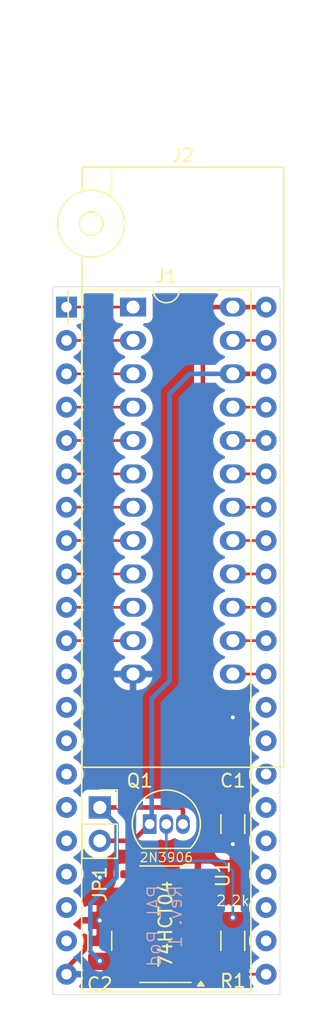
<source format=kicad_pcb>
(kicad_pcb (version 20240108) (generator "pcbnew") (generator_version "8.0")
  (layers (0 "F.Cu" signal) (31 "B.Cu" signal) (34 "B.Paste" user) (35 "F.Paste" user) (36 "B.SilkS" user "B.Silkscreen") (37 "F.SilkS" user "F.Silkscreen") (38 "B.Mask" user) (39 "F.Mask" user) (44 "Edge.Cuts" user))
  (net 0 "")
  (net 1 "GND")
  (net 2 "VCC")
  (net 3 "/ZIF_16")
  (net 4 "/ZIF_36")
  (net 5 "/ZIF_38")
  (net 6 "/ZIF_7")
  (net 7 "/ZIF_29")
  (net 8 "/ZIF_4")
  (net 9 "/ZIF_41")
  (net 10 "/ZIF_2")
  (net 11 "/ZIF_1")
  (net 12 "/ZIF_32")
  (net 13 "/ZIF_25")
  (net 14 "/ZIF_27")
  (net 15 "/ZIF_33")
  (net 16 "/ZIF_24")
  (net 17 "/ZIF_39")
  (net 18 "/ZIF_17")
  (net 19 "/ZIF_37")
  (net 20 "/ZIF_11")
  (net 21 "/ZIF_18")
  (net 22 "/ZIF_28")
  (net 23 "/ZIF_15")
  (net 24 "/ZIF_31")
  (net 25 "/ZIF_23")
  (net 26 "/ZIF_30")
  (net 27 "/ZIF_6")
  (net 28 "/ZIF_34")
  (net 29 "/ZIF_14")
  (net 30 "/ZIF_40")
  (net 31 "/ZIF_35")
  (net 32 "/ZIF_19")
  (net 33 "/ZIF_5")
  (net 34 "/ZIF_12")
  (net 35 "/ZIF_9")
  (net 36 "/ZIF_26")
  (net 37 "/ZIF_20")
  (net 38 "/ZIF_8")
  (net 39 "/ZIF_10")
  (net 40 "/ZIF_22")
  (net 41 "/ZIF_3")
  (net 42 "/ZIF_13")
  (net 43 "Net-(Q1-B)")
  (net 44 "Net-(R1-Pad1)")
  (footprint "Resistor_SMD:R_1206_3216Metric_Pad1.30x1.75mm_HandSolder" (layer "F.Cu") (at 128.27 96.52 90)
    (property "Reference" "R1" (at -3.048 0 180) (layer "F.SilkS"))
    (property "Value" "2.2k" (at 3.048 0 180) (layer "F.SilkS") (effects (font (size 0.8 0.8) (thickness 0.1))))
    (fp_line (start -0.727064 -0.91) (end 0.727064 -0.91) (stroke (width 0.12)) (layer "F.SilkS"))
    (fp_line (start -0.727064 0.91) (end 0.727064 0.91) (stroke (width 0.12)) (layer "F.SilkS"))
    (pad "1" smd roundrect (at -1.55 0 90) (size 1.3 1.75) (layers "F.Cu" "F.Paste" "F.Mask") (roundrect_rratio 0.192308) (net 44 "Net-(R1-Pad1)"))
    (pad "2" smd roundrect (at 1.55 0 90) (size 1.3 1.75) (layers "F.Cu" "F.Paste" "F.Mask") (roundrect_rratio 0.192308) (net 43 "Net-(Q1-B)"))
  )
  (footprint "Package_DIP:DIP-42_W15.24mm" (layer "F.Cu") (at 115.57 48.26)
    (property "Reference" "J1" (at 7.62 -2.33 0) (layer "F.SilkS"))
    (property "Value" "dupico")
    (fp_line (start 1.16 -1.33) (end 1.16 52.13) (stroke (width 0.12)) (layer "F.SilkS"))
    (fp_line (start 1.16 52.13) (end 14.08 52.13) (stroke (width 0.12)) (layer "F.SilkS"))
    (fp_line (start 6.62 -1.33) (end 1.16 -1.33) (stroke (width 0.12)) (layer "F.SilkS"))
    (fp_line (start 14.08 -1.33) (end 8.62 -1.33) (stroke (width 0.12)) (layer "F.SilkS"))
    (fp_line (start 14.08 52.13) (end 14.08 -1.33) (stroke (width 0.12)) (layer "F.SilkS"))
    (fp_arc (start 8.62 -1.33) (mid 7.62 -0.33) (end 6.62 -1.33) (stroke (width 0.12)) (layer "F.SilkS"))
    (pad "1" thru_hole rect (at 0 0) (size 1.6 1.6) (drill 0.8) (layers "*.Cu" "*.Mask") (net 11 "/ZIF_1"))
    (pad "2" thru_hole oval (at 0 2.54) (size 1.6 1.6) (drill 0.8) (layers "*.Cu" "*.Mask") (net 10 "/ZIF_2"))
    (pad "3" thru_hole oval (at 0 5.08) (size 1.6 1.6) (drill 0.8) (layers "*.Cu" "*.Mask") (net 41 "/ZIF_3"))
    (pad "4" thru_hole oval (at 0 7.62) (size 1.6 1.6) (drill 0.8) (layers "*.Cu" "*.Mask") (net 8 "/ZIF_4"))
    (pad "5" thru_hole oval (at 0 10.16) (size 1.6 1.6) (drill 0.8) (layers "*.Cu" "*.Mask") (net 33 "/ZIF_5"))
    (pad "6" thru_hole oval (at 0 12.7) (size 1.6 1.6) (drill 0.8) (layers "*.Cu" "*.Mask") (net 27 "/ZIF_6"))
    (pad "7" thru_hole oval (at 0 15.24) (size 1.6 1.6) (drill 0.8) (layers "*.Cu" "*.Mask") (net 6 "/ZIF_7"))
    (pad "8" thru_hole oval (at 0 17.78) (size 1.6 1.6) (drill 0.8) (layers "*.Cu" "*.Mask") (net 38 "/ZIF_8"))
    (pad "9" thru_hole oval (at 0 20.32) (size 1.6 1.6) (drill 0.8) (layers "*.Cu" "*.Mask") (net 35 "/ZIF_9"))
    (pad "10" thru_hole oval (at 0 22.86) (size 1.6 1.6) (drill 0.8) (layers "*.Cu" "*.Mask") (net 39 "/ZIF_10"))
    (pad "11" thru_hole oval (at 0 25.4) (size 1.6 1.6) (drill 0.8) (layers "*.Cu" "*.Mask") (net 20 "/ZIF_11"))
    (pad "12" thru_hole oval (at 0 27.94) (size 1.6 1.6) (drill 0.8) (layers "*.Cu" "*.Mask") (net 34 "/ZIF_12"))
    (pad "13" thru_hole oval (at 0 30.48) (size 1.6 1.6) (drill 0.8) (layers "*.Cu" "*.Mask") (net 42 "/ZIF_13"))
    (pad "14" thru_hole oval (at 0 33.02) (size 1.6 1.6) (drill 0.8) (layers "*.Cu" "*.Mask") (net 29 "/ZIF_14"))
    (pad "15" thru_hole oval (at 0 35.56) (size 1.6 1.6) (drill 0.8) (layers "*.Cu" "*.Mask") (net 23 "/ZIF_15"))
    (pad "16" thru_hole oval (at 0 38.1) (size 1.6 1.6) (drill 0.8) (layers "*.Cu" "*.Mask") (net 3 "/ZIF_16"))
    (pad "17" thru_hole oval (at 0 40.64) (size 1.6 1.6) (drill 0.8) (layers "*.Cu" "*.Mask") (net 18 "/ZIF_17"))
    (pad "18" thru_hole oval (at 0 43.18) (size 1.6 1.6) (drill 0.8) (layers "*.Cu" "*.Mask") (net 21 "/ZIF_18"))
    (pad "19" thru_hole oval (at 0 45.72) (size 1.6 1.6) (drill 0.8) (layers "*.Cu" "*.Mask") (net 32 "/ZIF_19"))
    (pad "20" thru_hole oval (at 0 48.26) (size 1.6 1.6) (drill 0.8) (layers "*.Cu" "*.Mask") (net 37 "/ZIF_20"))
    (pad "21" thru_hole oval (at 0 50.8) (size 1.6 1.6) (drill 0.8) (layers "*.Cu" "*.Mask") (net 1 "GND"))
    (pad "22" thru_hole oval (at 15.24 50.8) (size 1.6 1.6) (drill 0.8) (layers "*.Cu" "*.Mask") (net 40 "/ZIF_22"))
    (pad "23" thru_hole oval (at 15.24 48.26) (size 1.6 1.6) (drill 0.8) (layers "*.Cu" "*.Mask") (net 25 "/ZIF_23"))
    (pad "24" thru_hole oval (at 15.24 45.72) (size 1.6 1.6) (drill 0.8) (layers "*.Cu" "*.Mask") (net 16 "/ZIF_24"))
    (pad "25" thru_hole oval (at 15.24 43.18) (size 1.6 1.6) (drill 0.8) (layers "*.Cu" "*.Mask") (net 13 "/ZIF_25"))
    (pad "26" thru_hole oval (at 15.24 40.64) (size 1.6 1.6) (drill 0.8) (layers "*.Cu" "*.Mask") (net 36 "/ZIF_26"))
    (pad "27" thru_hole oval (at 15.24 38.1) (size 1.6 1.6) (drill 0.8) (layers "*.Cu" "*.Mask") (net 14 "/ZIF_27"))
    (pad "28" thru_hole oval (at 15.24 35.56) (size 1.6 1.6) (drill 0.8) (layers "*.Cu" "*.Mask") (net 22 "/ZIF_28"))
    (pad "29" thru_hole oval (at 15.24 33.02) (size 1.6 1.6) (drill 0.8) (layers "*.Cu" "*.Mask") (net 7 "/ZIF_29"))
    (pad "30" thru_hole oval (at 15.24 30.48) (size 1.6 1.6) (drill 0.8) (layers "*.Cu" "*.Mask") (net 26 "/ZIF_30"))
    (pad "31" thru_hole oval (at 15.24 27.94) (size 1.6 1.6) (drill 0.8) (layers "*.Cu" "*.Mask") (net 24 "/ZIF_31"))
    (pad "32" thru_hole oval (at 15.24 25.4) (size 1.6 1.6) (drill 0.8) (layers "*.Cu" "*.Mask") (net 12 "/ZIF_32"))
    (pad "33" thru_hole oval (at 15.24 22.86) (size 1.6 1.6) (drill 0.8) (layers "*.Cu" "*.Mask") (net 15 "/ZIF_33"))
    (pad "34" thru_hole oval (at 15.24 20.32) (size 1.6 1.6) (drill 0.8) (layers "*.Cu" "*.Mask") (net 28 "/ZIF_34"))
    (pad "35" thru_hole oval (at 15.24 17.78) (size 1.6 1.6) (drill 0.8) (layers "*.Cu" "*.Mask") (net 31 "/ZIF_35"))
    (pad "36" thru_hole oval (at 15.24 15.24) (size 1.6 1.6) (drill 0.8) (layers "*.Cu" "*.Mask") (net 4 "/ZIF_36"))
    (pad "37" thru_hole oval (at 15.24 12.7) (size 1.6 1.6) (drill 0.8) (layers "*.Cu" "*.Mask") (net 19 "/ZIF_37"))
    (pad "38" thru_hole oval (at 15.24 10.16) (size 1.6 1.6) (drill 0.8) (layers "*.Cu" "*.Mask") (net 5 "/ZIF_38"))
    (pad "39" thru_hole oval (at 15.24 7.62) (size 1.6 1.6) (drill 0.8) (layers "*.Cu" "*.Mask") (net 17 "/ZIF_39"))
    (pad "40" thru_hole oval (at 15.24 5.08) (size 1.6 1.6) (drill 0.8) (layers "*.Cu" "*.Mask") (net 30 "/ZIF_40"))
    (pad "41" thru_hole oval (at 15.24 2.54) (size 1.6 1.6) (drill 0.8) (layers "*.Cu" "*.Mask") (net 9 "/ZIF_41"))
    (pad "42" thru_hole oval (at 15.24 0) (size 1.6 1.6) (drill 0.8) (layers "*.Cu" "*.Mask") (net 2 "VCC"))
  )
  (footprint "Socket:DIP_Socket-24_W4.3_W5.08_W7.62_W10.16_W10.9_3M_224-5248-00-0602J" (layer "F.Cu") (at 120.65 48.26)
    (property "Reference" "J2" (at 3.81 -11.56 0) (layer "F.SilkS"))
    (property "Value" "GAL")
    (fp_line (start -4.95 1.27) (end -4.95 -1.27) (stroke (width 0.12)) (layer "F.SilkS"))
    (fp_line (start -3.89 -10.66) (end -3.89 -8.8) (stroke (width 0.12)) (layer "F.SilkS"))
    (fp_line (start -3.89 -3.9) (end -3.89 35.04) (stroke (width 0.12)) (layer "F.SilkS"))
    (fp_line (start -3.89 35.04) (end 11.51 35.04) (stroke (width 0.12)) (layer "F.SilkS"))
    (fp_line (start -1.65 -10.66) (end -1.65 -8.4) (stroke (width 0.12)) (layer "F.SilkS"))
    (fp_line (start 11.51 -10.66) (end -3.89 -10.66) (stroke (width 0.12)) (layer "F.SilkS"))
    (fp_line (start 11.51 35.04) (end 11.51 -10.66) (stroke (width 0.12)) (layer "F.SilkS"))
    (fp_circle (center -3.2 -6.35) (end -2.3 -6.35) (stroke (width 0.12)) (fill none) (layer "F.SilkS"))
    (fp_circle (center -3.2 -6.35) (end -0.65 -6.35) (stroke (width 0.12)) (fill none) (layer "F.SilkS"))
    (pad "1" thru_hole rect (at 0 0) (size 2 1.44) (drill 1) (layers "*.Cu" "*.Mask") (net 11 "/ZIF_1"))
    (pad "2" thru_hole oval (at 0 2.54) (size 2 1.44) (drill 1) (layers "*.Cu" "*.Mask") (net 10 "/ZIF_2"))
    (pad "3" thru_hole oval (at 0 5.08) (size 2 1.44) (drill 1) (layers "*.Cu" "*.Mask") (net 41 "/ZIF_3"))
    (pad "4" thru_hole oval (at 0 7.62) (size 2 1.44) (drill 1) (layers "*.Cu" "*.Mask") (net 8 "/ZIF_4"))
    (pad "5" thru_hole oval (at 0 10.16) (size 2 1.44) (drill 1) (layers "*.Cu" "*.Mask") (net 33 "/ZIF_5"))
    (pad "6" thru_hole oval (at 0 12.7) (size 2 1.44) (drill 1) (layers "*.Cu" "*.Mask") (net 27 "/ZIF_6"))
    (pad "7" thru_hole oval (at 0 15.24) (size 2 1.44) (drill 1) (layers "*.Cu" "*.Mask") (net 6 "/ZIF_7"))
    (pad "8" thru_hole oval (at 0 17.78) (size 2 1.44) (drill 1) (layers "*.Cu" "*.Mask") (net 38 "/ZIF_8"))
    (pad "9" thru_hole oval (at 0 20.32) (size 2 1.44) (drill 1) (layers "*.Cu" "*.Mask") (net 35 "/ZIF_9"))
    (pad "10" thru_hole oval (at 0 22.86) (size 2 1.44) (drill 1) (layers "*.Cu" "*.Mask") (net 39 "/ZIF_10"))
    (pad "11" thru_hole oval (at 0 25.4) (size 2 1.44) (drill 1) (layers "*.Cu" "*.Mask") (net 20 "/ZIF_11"))
    (pad "12" thru_hole oval (at 0 27.94) (size 2 1.44) (drill 1) (layers "*.Cu" "*.Mask") (net 1 "GND"))
    (pad "13" thru_hole oval (at 7.62 27.94) (size 2 1.44) (drill 1) (layers "*.Cu" "*.Mask") (net 24 "/ZIF_31"))
    (pad "14" thru_hole oval (at 7.62 25.4) (size 2 1.44) (drill 1) (layers "*.Cu" "*.Mask") (net 12 "/ZIF_32"))
    (pad "15" thru_hole oval (at 7.62 22.86) (size 2 1.44) (drill 1) (layers "*.Cu" "*.Mask") (net 15 "/ZIF_33"))
    (pad "16" thru_hole oval (at 7.62 20.32) (size 2 1.44) (drill 1) (layers "*.Cu" "*.Mask") (net 28 "/ZIF_34"))
    (pad "17" thru_hole oval (at 7.62 17.78) (size 2 1.44) (drill 1) (layers "*.Cu" "*.Mask") (net 31 "/ZIF_35"))
    (pad "18" thru_hole oval (at 7.62 15.24) (size 2 1.44) (drill 1) (layers "*.Cu" "*.Mask") (net 4 "/ZIF_36"))
    (pad "19" thru_hole oval (at 7.62 12.7) (size 2 1.44) (drill 1) (layers "*.Cu" "*.Mask") (net 19 "/ZIF_37"))
    (pad "20" thru_hole oval (at 7.62 10.16) (size 2 1.44) (drill 1) (layers "*.Cu" "*.Mask") (net 5 "/ZIF_38"))
    (pad "21" thru_hole oval (at 7.62 7.62) (size 2 1.44) (drill 1) (layers "*.Cu" "*.Mask") (net 17 "/ZIF_39"))
    (pad "22" thru_hole oval (at 7.62 5.08) (size 2 1.44) (drill 1) (layers "*.Cu" "*.Mask") (net 30 "/ZIF_40"))
    (pad "23" thru_hole oval (at 7.62 2.54) (size 2 1.44) (drill 1) (layers "*.Cu" "*.Mask") (net 9 "/ZIF_41"))
    (pad "24" thru_hole oval (at 7.62 0) (size 2 1.44) (drill 1) (layers "*.Cu" "*.Mask") (net 2 "VCC"))
  )
  (footprint "Package_TO_SOT_THT:TO-92_Inline" (layer "F.Cu") (at 121.92 87.63)
    (property "Reference" "Q1" (at -0.762 -3.302 0) (layer "F.SilkS"))
    (property "Value" "2N3906" (at 1.27 2.54 0) (layer "F.SilkS") (effects (font (size 0.7 0.7) (thickness 0.09))))
    (fp_line (start -0.53 1.85) (end 3.07 1.85) (stroke (width 0.12)) (layer "F.SilkS"))
    (fp_arc (start -0.568478 1.838478) (mid -1.132087 -0.994977) (end 1.27 -2.6) (stroke (width 0.12)) (layer "F.SilkS"))
    (fp_arc (start 1.27 -2.6) (mid 3.672087 -0.994977) (end 3.108478 1.838478) (stroke (width 0.12)) (layer "F.SilkS"))
    (pad "1" thru_hole rect (at 0 0) (size 1.05 1.5) (drill 0.75) (layers "*.Cu" "*.Mask") (net 30 "/ZIF_40"))
    (pad "2" thru_hole oval (at 1.27 0) (size 1.05 1.5) (drill 0.75) (layers "*.Cu" "*.Mask") (net 43 "Net-(Q1-B)"))
    (pad "3" thru_hole oval (at 2.54 0) (size 1.05 1.5) (drill 0.75) (layers "*.Cu" "*.Mask") (net 2 "VCC"))
  )
  (footprint "Package_SO:SO-14_3.9x8.65mm_P1.27mm" (layer "F.Cu") (at 123.125 95.25 180)
    (property "Reference" "U1" (at -4.383 3.81 90) (layer "F.SilkS"))
    (property "Value" "74HCT04" (at 0 0 90) (layer "F.SilkS"))
    (fp_line (start 0 4.435) (end 1.95 4.435) (stroke (width 0.12)) (layer "F.SilkS"))
    (fp_line (start 0 4.435) (end -1.95 4.435) (stroke (width 0.12)) (layer "F.SilkS"))
    (fp_line (start 0 -4.435) (end 1.95 -4.435) (stroke (width 0.12)) (layer "F.SilkS"))
    (fp_line (start 0 -4.435) (end -1.95 -4.435) (stroke (width 0.12)) (layer "F.SilkS"))
    (fp_poly (pts (xy -2.7 -4.37) (xy -2.94 -4.7) (xy -2.46 -4.7) (xy -2.7 -4.37)) (stroke (width 0.12)) (fill solid) (layer "F.SilkS"))
    (pad "1" smd roundrect (at -2.475 -3.81 180) (size 1.95 0.6) (layers "F.Cu" "F.Paste" "F.Mask") (net 40 "/ZIF_22"))
    (pad "2" smd roundrect (at -2.475 -2.54 180) (size 1.95 0.6) (layers "F.Cu" "F.Paste" "F.Mask") (net 44 "Net-(R1-Pad1)"))
    (pad "3" smd roundrect (at -2.475 -1.27 180) (size 1.95 0.6) (layers "F.Cu" "F.Paste" "F.Mask") (net 1 "GND"))
    (pad "4" smd roundrect (at -2.475 0 180) (size 1.95 0.6) (layers "F.Cu" "F.Paste" "F.Mask"))
    (pad "5" smd roundrect (at -2.475 1.27 180) (size 1.95 0.6) (layers "F.Cu" "F.Paste" "F.Mask") (net 1 "GND"))
    (pad "6" smd roundrect (at -2.475 2.54 180) (size 1.95 0.6) (layers "F.Cu" "F.Paste" "F.Mask"))
    (pad "7" smd roundrect (at -2.475 3.81 180) (size 1.95 0.6) (layers "F.Cu" "F.Paste" "F.Mask") (net 1 "GND"))
    (pad "8" smd roundrect (at 2.475 3.81 180) (size 1.95 0.6) (layers "F.Cu" "F.Paste" "F.Mask"))
    (pad "9" smd roundrect (at 2.475 2.54 180) (size 1.95 0.6) (layers "F.Cu" "F.Paste" "F.Mask") (net 1 "GND"))
    (pad "10" smd roundrect (at 2.475 1.27 180) (size 1.95 0.6) (layers "F.Cu" "F.Paste" "F.Mask"))
    (pad "11" smd roundrect (at 2.475 0 180) (size 1.95 0.6) (layers "F.Cu" "F.Paste" "F.Mask") (net 1 "GND"))
    (pad "12" smd roundrect (at 2.475 -1.27 180) (size 1.95 0.6) (layers "F.Cu" "F.Paste" "F.Mask"))
    (pad "13" smd roundrect (at 2.475 -2.54 180) (size 1.95 0.6) (layers "F.Cu" "F.Paste" "F.Mask") (net 1 "GND"))
    (pad "14" smd roundrect (at 2.475 -3.81 180) (size 1.95 0.6) (layers "F.Cu" "F.Paste" "F.Mask") (net 2 "VCC"))
  )
  (footprint "Capacitor_SMD:C_1206_3216Metric_Pad1.33x1.80mm_HandSolder" (layer "F.Cu") (at 118.11 96.52 90)
    (property "Reference" "C2" (at -3.302 0 180) (layer "F.SilkS"))
    (property "Value" "100nF")
    (fp_line (start -0.711252 -0.91) (end 0.711252 -0.91) (stroke (width 0.12)) (layer "F.SilkS"))
    (fp_line (start -0.711252 0.91) (end 0.711252 0.91) (stroke (width 0.12)) (layer "F.SilkS"))
    (pad "1" smd roundrect (at -1.5625 0 90) (size 1.325 1.8) (layers "F.Cu" "F.Paste" "F.Mask") (roundrect_rratio 0.188679) (net 2 "VCC"))
    (pad "2" smd roundrect (at 1.5625 0 90) (size 1.325 1.8) (layers "F.Cu" "F.Paste" "F.Mask") (roundrect_rratio 0.188679) (net 1 "GND"))
  )
  (footprint "Capacitor_SMD:C_1206_3216Metric_Pad1.33x1.80mm_HandSolder" (layer "F.Cu") (at 128.27 87.63 -90)
    (property "Reference" "C1" (at -3.302 0 180) (layer "F.SilkS"))
    (property "Value" "100nF")
    (fp_line (start -0.711252 0.91) (end 0.711252 0.91) (stroke (width 0.12)) (layer "F.SilkS"))
    (fp_line (start -0.711252 -0.91) (end 0.711252 -0.91) (stroke (width 0.12)) (layer "F.SilkS"))
    (pad "1" smd roundrect (at -1.5625 0 270) (size 1.325 1.8) (layers "F.Cu" "F.Paste" "F.Mask") (roundrect_rratio 0.188679) (net 2 "VCC"))
    (pad "2" smd roundrect (at 1.5625 0 270) (size 1.325 1.8) (layers "F.Cu" "F.Paste" "F.Mask") (roundrect_rratio 0.188679) (net 1 "GND"))
  )
  (footprint "Connector_PinSocket_2.54mm:PinSocket_1x02_P2.54mm_Vertical" (layer "F.Cu") (at 118.11 86.36)
    (property "Reference" "JP1" (at 0 5.842 90) (layer "F.SilkS"))
    (property "Value" "Force VCC")
    (fp_line (start -1.33 1.27) (end -1.33 3.87) (stroke (width 0.12)) (layer "F.SilkS"))
    (fp_line (start -1.33 1.27) (end 1.33 1.27) (stroke (width 0.12)) (layer "F.SilkS"))
    (fp_line (start -1.33 3.87) (end 1.33 3.87) (stroke (width 0.12)) (layer "F.SilkS"))
    (fp_line (start 0 -1.33) (end 1.33 -1.33) (stroke (width 0.12)) (layer "F.SilkS"))
    (fp_line (start 1.33 -1.33) (end 1.33 0) (stroke (width 0.12)) (layer "F.SilkS"))
    (fp_line (start 1.33 1.27) (end 1.33 3.87) (stroke (width 0.12)) (layer "F.SilkS"))
    (pad "1" thru_hole rect (at 0 0) (size 1.7 1.7) (drill 1) (layers "*.Cu" "*.Mask") (net 2 "VCC"))
    (pad "2" thru_hole oval (at 0 2.54) (size 1.7 1.7) (drill 1) (layers "*.Cu" "*.Mask") (net 30 "/ZIF_40"))
  )
  (gr_line (start 114.52 46.71) (end 114.52 100.61) (stroke (width 0.05)) (layer "Edge.Cuts"))
  (gr_line (start 131.87 100.61) (end 114.52 100.61) (stroke (width 0.05)) (layer "Edge.Cuts"))
  (gr_line (start 131.87 100.61) (end 131.87 46.71) (stroke (width 0.05)) (layer "Edge.Cuts"))
  (gr_line (start 114.52 46.71) (end 131.87 46.71) (stroke (width 0.05)) (layer "Edge.Cuts"))
  (gr_text "PAL Pod\nRev. 1" (at 124.46 92.202 90) (layer "B.SilkS") (effects (font (size 1 1) (thickness 0.1)) (justify left bottom mirror)))
  (segment (start 118.11 94.9575) (end 118.11 91.694) (width 0.35) (layer "F.Cu") (net 1))
  (segment (start 128.27 90.424) (end 127.254 91.44) (width 0.35) (layer "F.Cu") (net 1))
  (segment (start 118.11 94.9575) (end 118.11 96.058478) (width 0.35) (layer "F.Cu") (net 1))
  (segment (start 118.4025 95.25) (end 118.11 94.9575) (width 0.35) (layer "F.Cu") (net 1))
  (segment (start 123.698 92.71) (end 123.698 92.456) (width 0.35) (layer "F.Cu") (net 1))
  (segment (start 123.698 94.742) (end 123.698 93.98) (width 0.35) (layer "F.Cu") (net 1))
  (segment (start 123.19 97.79) (end 123.698 97.282) (width 0.35) (layer "F.Cu") (net 1))
  (segment (start 127.254 91.44) (end 125.6 91.44) (width 0.35) (layer "F.Cu") (net 1))
  (segment (start 120.65 97.79) (end 123.19 97.79) (width 0.35) (layer "F.Cu") (net 1))
  (segment (start 123.698 92.456) (end 124.714 91.44) (width 0.35) (layer "F.Cu") (net 1))
  (segment (start 120.65 95.25) (end 123.698 95.25) (width 0.35) (layer "F.Cu") (net 1))
  (segment (start 123.698 93.98) (end 123.698 92.71) (width 0.35) (layer "F.Cu") (net 1))
  (segment (start 125.6 93.98) (end 123.698 93.98) (width 0.35) (layer "F.Cu") (net 1))
  (segment (start 123.698 97.282) (end 123.698 94.742) (width 0.35) (layer "F.Cu") (net 1))
  (segment (start 120.65 92.71) (end 123.698 92.71) (width 0.35) (layer "F.Cu") (net 1))
  (segment (start 123.698 95.25) (end 123.698 94.742) (width 0.35) (layer "F.Cu") (net 1))
  (segment (start 124.714 91.44) (end 125.6 91.44) (width 0.35) (layer "F.Cu") (net 1))
  (segment (start 124.625001 96.52) (end 123.698 95.592999) (width 0.35) (layer "F.Cu") (net 1))
  (segment (start 115.57 98.598478) (end 115.57 99.06) (width 0.35) (layer "F.Cu") (net 1))
  (segment (start 123.698 95.592999) (end 123.698 95.25) (width 0.35) (layer "F.Cu") (net 1))
  (segment (start 118.11 96.058478) (end 115.57 98.598478) (width 0.35) (layer "F.Cu") (net 1))
  (segment (start 120.65 95.25) (end 118.4025 95.25) (width 0.35) (layer "F.Cu") (net 1))
  (segment (start 128.27 89.154) (end 128.27 90.424) (width 0.35) (layer "F.Cu") (net 1))
  (segment (start 125.6 96.52) (end 124.625001 96.52) (width 0.35) (layer "F.Cu") (net 1))
  (segment (start 128.27 89.1925) (end 128.27 89.154) (width 0.35) (layer "F.Cu") (net 1))
  (via (at 118.11 91.694) (size 0.6) (drill 0.3) (layers "F.Cu" "B.Cu") (net 1))
  (via (at 128.27 79.502) (size 0.6) (drill 0.3) (layers "F.Cu" "B.Cu") (net 1))
  (via (at 118.11 94.9575) (size 0.6) (drill 0.3) (layers "F.Cu" "B.Cu") (net 1))
  (via (at 128.27 89.154) (size 0.6) (drill 0.3) (layers "F.Cu" "B.Cu") (net 1))
  (segment (start 128.27 89.154) (end 128.27 79.502) (width 0.35) (layer "B.Cu") (net 1))
  (segment (start 120.65 76.2) (end 120.65 94.234) (width 0.35) (layer "B.Cu") (net 1))
  (segment (start 120.65 94.234) (end 119.9265 94.9575) (width 0.35) (layer "B.Cu") (net 1))
  (segment (start 119.9265 94.9575) (end 118.11 94.9575) (width 0.35) (layer "B.Cu") (net 1))
  (segment (start 118.11 98.044) (end 118.11 98.298) (width 0.35) (layer "F.Cu") (net 2))
  (segment (start 128.27 48.26) (end 130.81 48.26) (width 0.35) (layer "F.Cu") (net 2))
  (segment (start 125.984 81.026) (end 127.508 82.55) (width 0.35) (layer "F.Cu") (net 2))
  (segment (start 126.746 48.26) (end 125.984 49.022) (width 0.35) (layer "F.Cu") (net 2))
  (segment (start 127.508 82.55) (end 127.508 83.058) (width 0.35) (layer "F.Cu") (net 2))
  (segment (start 118.11 86.36) (end 123.952 86.36) (width 0.35) (layer "F.Cu") (net 2))
  (segment (start 124.2445 86.0675) (end 128.27 86.0675) (width 0.35) (layer "F.Cu") (net 2))
  (segment (start 123.952 86.36) (end 124.29 86.36) (width 0.35) (layer "F.Cu") (net 2))
  (segment (start 118.872 99.06) (end 120.65 99.06) (width 0.35) (layer "F.Cu") (net 2))
  (segment (start 128.27 83.82) (end 128.27 86.0675) (width 0.35) (layer "F.Cu") (net 2))
  (segment (start 123.952 86.36) (end 124.2445 86.0675) (width 0.35) (layer "F.Cu") (net 2))
  (segment (start 124.29 86.36) (end 124.46 86.53) (width 0.35) (layer "F.Cu") (net 2))
  (segment (start 118.11 98.298) (end 118.872 99.06) (width 0.35) (layer "F.Cu") (net 2))
  (segment (start 118.11 98.0825) (end 118.11 98.044) (width 0.35) (layer "F.Cu") (net 2))
  (segment (start 124.46 86.53) (end 124.46 87.63) (width 0.35) (layer "F.Cu") (net 2))
  (segment (start 125.984 49.022) (end 125.984 81.026) (width 0.35) (layer "F.Cu") (net 2))
  (segment (start 127.508 83.058) (end 128.27 83.82) (width 0.35) (layer "F.Cu") (net 2))
  (segment (start 128.27 48.26) (end 126.746 48.26) (width 0.35) (layer "F.Cu") (net 2))
  (via (at 118.11 98.044) (size 0.6) (drill 0.3) (layers "F.Cu" "B.Cu") (net 2))
  (segment (start 118.11 98.044) (end 117.385 97.319) (width 0.35) (layer "B.Cu") (net 2))
  (segment (start 119.385 91.689) (end 119.385 87.635) (width 0.35) (layer "B.Cu") (net 2))
  (segment (start 117.385 97.319) (end 117.385 93.689) (width 0.35) (layer "B.Cu") (net 2))
  (segment (start 117.385 93.689) (end 119.385 91.689) (width 0.35) (layer "B.Cu") (net 2))
  (segment (start 119.385 87.635) (end 118.11 86.36) (width 0.35) (layer "B.Cu") (net 2))
  (segment (start 128.27 63.5) (end 130.81 63.5) (width 0.2) (layer "F.Cu") (net 4))
  (segment (start 128.27 58.42) (end 130.81 58.42) (width 0.2) (layer "F.Cu") (net 5))
  (segment (start 120.65 63.5) (end 115.57 63.5) (width 0.2) (layer "F.Cu") (net 6))
  (segment (start 120.65 55.88) (end 115.57 55.88) (width 0.2) (layer "F.Cu") (net 8))
  (segment (start 128.27 50.8) (end 130.81 50.8) (width 0.2) (layer "F.Cu") (net 9))
  (segment (start 120.65 50.8) (end 115.57 50.8) (width 0.2) (layer "F.Cu") (net 10))
  (segment (start 120.65 48.26) (end 115.57 48.26) (width 0.2) (layer "F.Cu") (net 11))
  (segment (start 128.27 73.66) (end 130.81 73.66) (width 0.2) (layer "F.Cu") (net 12))
  (segment (start 128.27 71.12) (end 130.81 71.12) (width 0.2) (layer "F.Cu") (net 15))
  (segment (start 128.27 55.88) (end 130.81 55.88) (width 0.2) (layer "F.Cu") (net 17))
  (segment (start 128.27 60.96) (end 130.81 60.96) (width 0.2) (layer "F.Cu") (net 19))
  (segment (start 120.65 73.66) (end 115.57 73.66) (width 0.2) (layer "F.Cu") (net 20))
  (segment (start 128.27 76.2) (end 130.81 76.2) (width 0.2) (layer "F.Cu") (net 24))
  (segment (start 120.65 60.96) (end 115.57 60.96) (width 0.2) (layer "F.Cu") (net 27))
  (segment (start 128.27 68.58) (end 130.81 68.58) (width 0.2) (layer "F.Cu") (net 28))
  (segment (start 120.65 88.9) (end 121.92 87.63) (width 0.35) (layer "F.Cu") (net 30))
  (segment (start 118.11 88.9) (end 120.65 88.9) (width 0.35) (layer "F.Cu") (net 30))
  (segment (start 128.27 53.34) (end 130.81 53.34) (width 0.35) (layer "F.Cu") (net 30))
  (segment (start 122.075 78.077) (end 123.444 76.708) (width 0.35) (layer "B.Cu") (net 30))
  (segment (start 124.968 53.34) (end 128.27 53.34) (width 0.35) (layer "B.Cu") (net 30))
  (segment (start 121.92 87.63) (end 122.075 87.475) (width 0.35) (layer "B.Cu") (net 30))
  (segment (start 122.075 87.475) (end 122.075 78.077) (width 0.35) (layer "B.Cu") (net 30))
  (segment (start 123.444 76.708) (end 123.444 54.864) (width 0.35) (layer "B.Cu") (net 30))
  (segment (start 123.444 54.864) (end 124.968 53.34) (width 0.35) (layer "B.Cu") (net 30))
  (segment (start 128.27 66.04) (end 130.81 66.04) (width 0.2) (layer "F.Cu") (net 31))
  (segment (start 120.65 58.42) (end 115.57 58.42) (width 0.2) (layer "F.Cu") (net 33))
  (segment (start 120.65 68.58) (end 115.57 68.58) (width 0.2) (layer "F.Cu") (net 35))
  (segment (start 120.65 66.04) (end 115.57 66.04) (width 0.2) (layer "F.Cu") (net 38))
  (segment (start 120.65 71.12) (end 115.57 71.12) (width 0.2) (layer "F.Cu") (net 39))
  (segment (start 125.6 99.06) (end 130.81 99.06) (width 0.2) (layer "F.Cu") (net 40))
  (segment (start 120.65 53.34) (end 115.57 53.34) (width 0.2) (layer "F.Cu") (net 41))
  (segment (start 128.27 94.97) (end 128.27 94.742) (width 0.2) (layer "F.Cu") (net 43))
  (via (at 128.27 94.742) (size 0.6) (drill 0.3) (layers "F.Cu" "B.Cu") (net 43))
  (segment (start 128.27 94.742) (end 128.27 91.186) (width 0.2) (layer "B.Cu") (net 43))
  (segment (start 123.444 90.424) (end 123.19 90.17) (width 0.2) (layer "B.Cu") (net 43))
  (segment (start 123.19 90.17) (end 123.19 87.63) (width 0.2) (layer "B.Cu") (net 43))
  (segment (start 128.27 91.186) (end 127.508 90.424) (width 0.2) (layer "B.Cu") (net 43))
  (segment (start 127.508 90.424) (end 123.444 90.424) (width 0.2) (layer "B.Cu") (net 43))
  (segment (start 127.534 98.07) (end 127.254 97.79) (width 0.2) (layer "F.Cu") (net 44))
  (segment (start 127.254 97.79) (end 125.6 97.79) (width 0.2) (layer "F.Cu") (net 44))
  (segment (start 128.27 98.07) (end 127.534 98.07) (width 0.2) (layer "F.Cu") (net 44))
  (zone (net 1) (net_name "GND") (layers "F&B.Cu") (connect_pads (clearance 0.5)) (min_thickness 0.25) (fill yes (thermal_gap 0.5) (thermal_bridge_width 0.5))
    (polygon (pts (xy 110.49 43.18) (xy 134.62 43.18) (xy 134.62 102.87) (xy 110.49 102.87)))
  )
)
</source>
